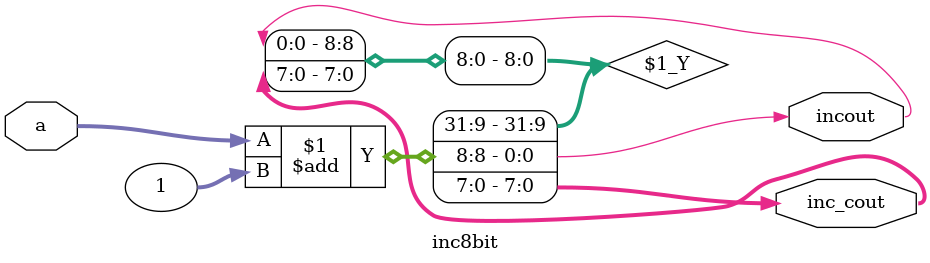
<source format=v>
`timescale 1ns / 1ps
module inc8bit(input [7:0]a,
               output [7:0]inc_cout,
               output incout);

  assign {incout,inc_cout}=a+1;
   endmodule
</source>
